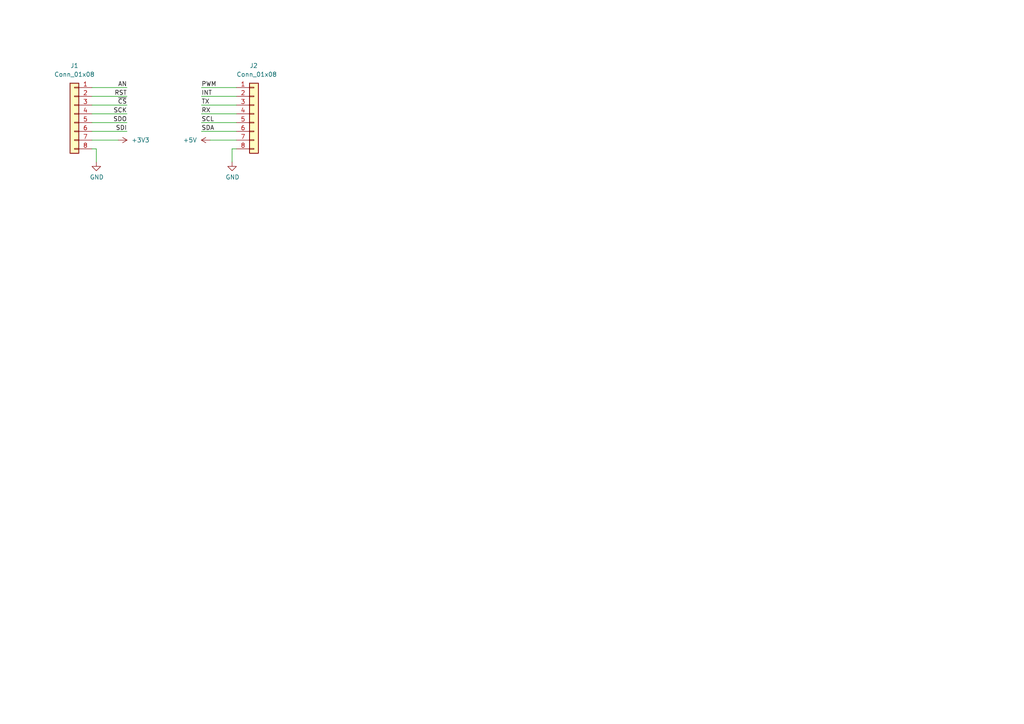
<source format=kicad_sch>
(kicad_sch (version 20230121) (generator eeschema)
  (paper "A4")
  (lib_symbols
    (symbol "Connector_Generic:Conn_01x08" (pin_names (offset 1.016) hide)
      (property "Reference" "J" (at 0 10.16 0))
      (property "Value" "Conn_01x08" (at 0 -12.7 0))
      (symbol "Conn_01x08_1_1"
        (rectangle (start -1.27 -10.033) (end 0 -10.287) (stroke (width 0.1524)))
        (rectangle (start -1.27 -7.493) (end 0 -7.747) (stroke (width 0.1524)))
        (rectangle (start -1.27 -4.953) (end 0 -5.207) (stroke (width 0.1524)))
        (rectangle (start -1.27 -2.413) (end 0 -2.667) (stroke (width 0.1524)))
        (rectangle (start -1.27 0.127) (end 0 -0.127) (stroke (width 0.1524)))
        (rectangle (start -1.27 2.667) (end 0 2.413) (stroke (width 0.1524)))
        (rectangle (start -1.27 5.207) (end 0 4.953) (stroke (width 0.1524)))
        (rectangle (start -1.27 7.747) (end 0 7.493) (stroke (width 0.1524)))
        (rectangle (start -1.27 8.89) (end 1.27 -11.43) (stroke (width 0.254)) (fill (type background)))
        (pin passive line (at -5.08 7.62 0) (length 3.81) (name "Pin_1") (number "1"))
        (pin passive line (at -5.08 5.08 0) (length 3.81) (name "Pin_2") (number "2"))
        (pin passive line (at -5.08 2.54 0) (length 3.81) (name "Pin_3") (number "3"))
        (pin passive line (at -5.08 0 0) (length 3.81) (name "Pin_4") (number "4"))
        (pin passive line (at -5.08 -2.54 0) (length 3.81) (name "Pin_5") (number "5"))
        (pin passive line (at -5.08 -5.08 0) (length 3.81) (name "Pin_6") (number "6"))
        (pin passive line (at -5.08 -7.62 0) (length 3.81) (name "Pin_7") (number "7"))
        (pin passive line (at -5.08 -10.16 0) (length 3.81) (name "Pin_8") (number "8"))
      )
    )
    (symbol "power:+3V3" (power) (pin_names (offset 0))
      (property "Value" "+3V3" (at 0 3.556 0))
      (symbol "+3V3_0_1"
        (polyline (pts (xy -0.762 1.27) (xy 0 2.54)))
        (polyline (pts (xy 0 0) (xy 0 2.54)))
        (polyline (pts (xy 0 2.54) (xy 0.762 1.27)))
      )
      (symbol "+3V3_1_1"
        (pin power_in line (at 0 0 90) (length 0) hide (name "+3V3") (number "1"))
      )
    )
    (symbol "power:+5V" (power) (pin_names (offset 0))
      (property "Value" "+5V" (at 0 3.556 0))
      (symbol "+5V_0_1"
        (polyline (pts (xy -0.762 1.27) (xy 0 2.54)))
        (polyline (pts (xy 0 0) (xy 0 2.54)))
        (polyline (pts (xy 0 2.54) (xy 0.762 1.27)))
      )
      (symbol "+5V_1_1"
        (pin power_in line (at 0 0 90) (length 0) hide (name "+5V") (number "1"))
      )
    )
    (symbol "power:GND" (power) (pin_names (offset 0))
      (property "Value" "GND" (at 0 -3.81 0))
      (symbol "GND_0_1"
        (polyline (pts (xy 0 0) (xy 0 -1.27) (xy 1.27 -1.27) (xy 0 -2.54) (xy -1.27 -1.27) (xy 0 -1.27)))
      )
      (symbol "GND_1_1"
        (pin power_in line (at 0 0 270) (length 0) hide (name "GND") (number "1"))
      )
    )
  )
  (wire (pts (xy 68.58 27.94) (xy 58.42 27.94)))
  (wire (pts (xy 27.94 46.99) (xy 27.94 43.18)))
  (wire (pts (xy 26.67 40.64) (xy 34.29 40.64)))
  (wire (pts (xy 36.83 27.94) (xy 26.67 27.94)))
  (wire (pts (xy 26.67 43.18) (xy 27.94 43.18)))
  (wire (pts (xy 26.67 30.48) (xy 36.83 30.48)))
  (wire (pts (xy 58.42 30.48) (xy 68.58 30.48)))
  (wire (pts (xy 68.58 38.1) (xy 58.42 38.1)))
  (wire (pts (xy 26.67 35.56) (xy 36.83 35.56)))
  (wire (pts (xy 26.67 25.4) (xy 36.83 25.4)))
  (wire (pts (xy 67.31 43.18) (xy 68.58 43.18)))
  (wire (pts (xy 60.96 40.64) (xy 68.58 40.64)))
  (wire (pts (xy 58.42 33.02) (xy 68.58 33.02)))
  (wire (pts (xy 67.31 46.99) (xy 67.31 43.18)))
  (wire (pts (xy 26.67 33.02) (xy 36.83 33.02)))
  (wire (pts (xy 58.42 35.56) (xy 68.58 35.56)))
  (wire (pts (xy 36.83 38.1) (xy 26.67 38.1)))
  (wire (pts (xy 58.42 25.4) (xy 68.58 25.4)))
  (label "SCK" (at 36.83 33.02 180))
  (label "SDA" (at 58.42 38.1 0))
  (label "AN" (at 36.83 25.4 180))
  (label "PWM" (at 58.42 25.4 0))
  (label "~{CS}" (at 36.83 30.48 180))
  (label "RX" (at 58.42 33.02 0))
  (label "SCL" (at 58.42 35.56 0))
  (label "SDI" (at 36.83 38.1 180))
  (label "TX" (at 58.42 30.48 0))
  (label "RST" (at 36.83 27.94 180))
  (label "INT" (at 58.42 27.94 0))
  (label "SDO" (at 36.83 35.56 180))
  (symbol (lib_id "Connector_Generic:Conn_01x08") (at 21.59 33.02 0) (mirror y) (unit 1)
    (property "Reference" "J1" (at 21.59 19.05 0))
    (property "Value" "Conn_01x08" (at 21.59 21.59 0))
    (property "Footprint" "Connector_PinHeader_2.54mm:PinHeader_1x08_P2.54mm_Vertical" (effects hide))
  )
  (symbol (lib_id "Connector_Generic:Conn_01x08") (at 73.66 33.02 0) (unit 1)
    (property "Reference" "J2" (at 72.39 19.05 0) (effects (justify left)))
    (property "Value" "Conn_01x08" (at 68.58 21.59 0) (effects (justify left)))
    (property "Footprint" "Connector_PinHeader_2.54mm:PinHeader_1x08_P2.54mm_Vertical" (effects hide))
  )
  (symbol (lib_id "power:GND") (at 27.94 46.99 0) (unit 1)
    (property "Reference" "#PWR?" (effects hide))
    (property "Value" "GND" (at 28.067 51.3842 0))
  )
  (symbol (lib_id "power:GND") (at 67.31 46.99 0) (unit 1)
    (property "Reference" "#PWR?" (effects hide))
    (property "Value" "GND" (at 67.437 51.3842 0))
  )
  (symbol (lib_id "power:+3V3") (at 34.29 40.64 270) (unit 1)
    (property "Reference" "#PWR?" (effects hide))
    (property "Value" "+3V3" (at 38.1 40.64 90) (effects (justify left)))
  )
  (symbol (lib_id "power:+5V") (at 60.96 40.64 90) (unit 1)
    (property "Reference" "#PWR?" (effects hide))
    (property "Value" "+5V" (at 57.15 40.64 90) (effects (justify left)))
  )
)
</source>
